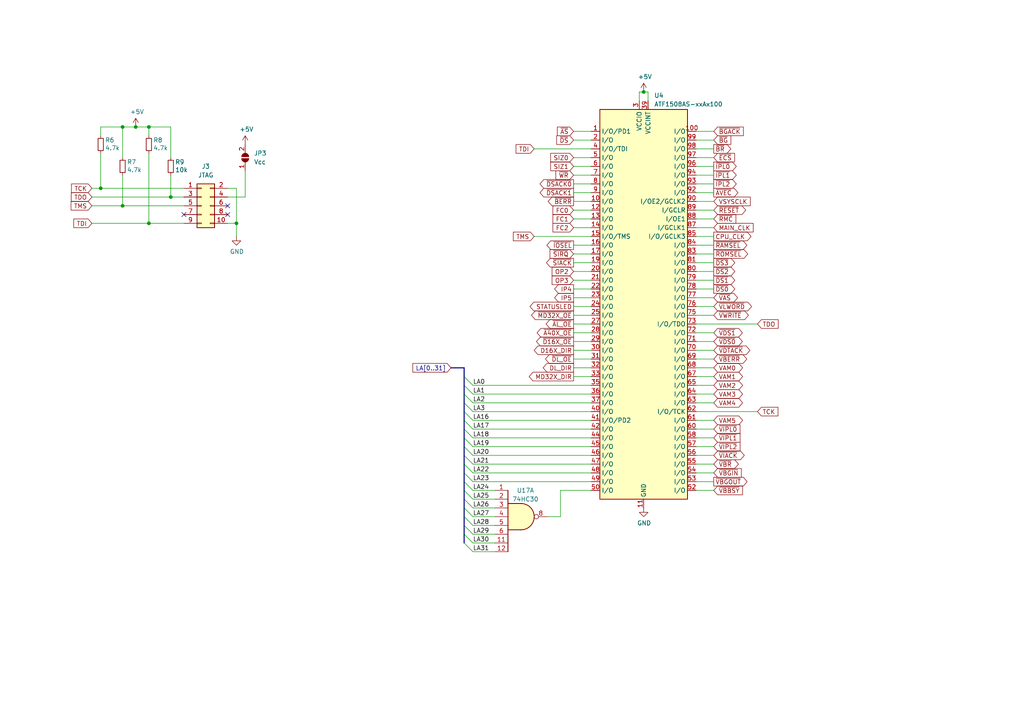
<source format=kicad_sch>
(kicad_sch (version 20231120) (generator "eeschema") (generator_version "8.0")
  (paper "A4")
  (title_block (title "k30p-VME") (rev "1"))
  (lib_symbols
    (symbol "74xx:74LS30" (pin_names (offset 1.016))
      (property "Reference" "U" (at 0 1.27 0))
      (property "Value" "74LS30" (at 0 -1.27 0))
      (symbol "74LS30_1_1"
        (arc (start 0 -3.81) (mid 3.7934 0) (end 0 3.81) (stroke (width 0.254)) (fill (type background)))
        (polyline (pts (xy -3.81 7.62) (xy -3.81 -10.16)) (stroke (width 0.254)))
        (polyline (pts (xy 0 3.81) (xy -3.81 3.81) (xy -3.81 -3.81) (xy 0 -3.81)) (stroke (width 0.254)) (fill (type background)))
        (pin input line (at -7.62 7.62 0) (length 3.81) (name "~") (number "1"))
        (pin input line (at -7.62 -7.62 0) (length 3.81) (name "~") (number "11"))
        (pin input line (at -7.62 -10.16 0) (length 3.81) (name "~") (number "12"))
        (pin input line (at -7.62 5.08 0) (length 3.81) (name "~") (number "2"))
        (pin input line (at -7.62 2.54 0) (length 3.81) (name "~") (number "3"))
        (pin input line (at -7.62 0 0) (length 3.81) (name "~") (number "4"))
        (pin input line (at -7.62 -2.54 0) (length 3.81) (name "~") (number "5"))
        (pin input line (at -7.62 -5.08 0) (length 3.81) (name "~") (number "6"))
        (pin output inverted (at 7.62 0 180) (length 3.81) (name "~") (number "8"))
      )
      (symbol "74LS30_1_2"
        (arc (start -3.81 -3.81) (mid -2.589 0) (end -3.81 3.81) (stroke (width 0.254)))
        (arc (start -0.6096 -3.81) (mid 2.1842 -2.5851) (end 3.81 0) (stroke (width 0.254)) (fill (type background)))
        (polyline (pts (xy -3.81 -3.81) (xy -3.81 -10.16)) (stroke (width 0.254)))
        (polyline (pts (xy -3.81 -3.81) (xy -0.635 -3.81)) (stroke (width 0.254)) (fill (type background)))
        (polyline (pts (xy -3.81 3.81) (xy -0.635 3.81)) (stroke (width 0.254)) (fill (type background)))
        (polyline (pts (xy -3.81 7.62) (xy -3.81 3.81)) (stroke (width 0.254)))
        (polyline (pts (xy -0.635 3.81) (xy -3.81 3.81) (xy -3.81 3.81) (xy -3.556 3.4036) (xy -3.0226 2.2606) (xy -2.6924 1.0414) (xy -2.6162 -0.254) (xy -2.7686 -1.4986) (xy -3.175 -2.7178) (xy -3.81 -3.81) (xy -3.81 -3.81) (xy -0.635 -3.81)) (stroke (width -25.4)) (fill (type background)))
        (arc (start 3.81 0) (mid 2.1915 2.5936) (end -0.6096 3.81) (stroke (width 0.254)) (fill (type background)))
        (pin input inverted (at -7.62 7.62 0) (length 3.81) (name "~") (number "1"))
        (pin input inverted (at -7.62 -7.62 0) (length 3.81) (name "~") (number "11"))
        (pin input inverted (at -7.62 -10.16 0) (length 3.81) (name "~") (number "12"))
        (pin input inverted (at -7.62 5.08 0) (length 3.81) (name "~") (number "2"))
        (pin input inverted (at -7.62 2.54 0) (length 4.5466) (name "~") (number "3"))
        (pin input inverted (at -7.62 0 0) (length 5.08) (name "~") (number "4"))
        (pin input inverted (at -7.62 -2.54 0) (length 4.5466) (name "~") (number "5"))
        (pin input inverted (at -7.62 -5.08 0) (length 3.81) (name "~") (number "6"))
        (pin output line (at 7.62 0 180) (length 3.81) (name "~") (number "8"))
      )
      (symbol "74LS30_2_0"
        (pin power_in line (at 0 12.7 270) (length 5.08) (name "VCC") (number "14"))
        (pin power_in line (at 0 -12.7 90) (length 5.08) (name "GND") (number "7"))
      )
      (symbol "74LS30_2_1"
        (rectangle (start -5.08 7.62) (end 5.08 -7.62) (stroke (width 0.254)) (fill (type background)))
      )
    )
    (symbol "Computie_CPLDs:ATF1508AS-xxAx100"
      (property "Reference" "U" (at -12.7 55.88 0))
      (property "Value" "ATF1508AS-xxAx100" (at 22.86 55.88 0))
      (symbol "ATF1508AS-xxAx100_0_1"
        (rectangle (start -12.7 54.61) (end 12.7 -58.42) (stroke (width 0.254)) (fill (type background)))
      )
      (symbol "ATF1508AS-xxAx100_1_1"
        (pin bidirectional line (at -15.24 48.26 0) (length 2.54) (name "I/O/PD1") (number "1"))
        (pin bidirectional line (at -15.24 27.94 0) (length 2.54) (name "I/O") (number "10"))
        (pin bidirectional line (at 15.24 48.26 180) (length 2.54) (name "I/O") (number "100"))
        (pin power_in line (at 0 -60.96 90) (length 2.54) (name "GND") (number "11"))
        (pin bidirectional line (at -15.24 25.4 0) (length 2.54) (name "I/O") (number "12"))
        (pin bidirectional line (at -15.24 22.86 0) (length 2.54) (name "I/O") (number "13"))
        (pin bidirectional line (at -15.24 20.32 0) (length 2.54) (name "I/O") (number "14"))
        (pin bidirectional line (at -15.24 17.78 0) (length 2.54) (name "I/O/TMS") (number "15"))
        (pin bidirectional line (at -15.24 15.24 0) (length 2.54) (name "I/O") (number "16"))
        (pin bidirectional line (at -15.24 12.7 0) (length 2.54) (name "I/O") (number "17"))
        (pin passive line (at -1.27 57.15 270) (length 2.54) hide (name "VCCIO") (number "18"))
        (pin bidirectional line (at -15.24 10.16 0) (length 2.54) (name "I/O") (number "19"))
        (pin bidirectional line (at -15.24 45.72 0) (length 2.54) (name "I/O") (number "2"))
        (pin bidirectional line (at -15.24 7.62 0) (length 2.54) (name "I/O") (number "20"))
        (pin bidirectional line (at -15.24 5.08 0) (length 2.54) (name "I/O") (number "21"))
        (pin bidirectional line (at -15.24 2.54 0) (length 2.54) (name "I/O") (number "22"))
        (pin bidirectional line (at -15.24 0 0) (length 2.54) (name "I/O") (number "23"))
        (pin bidirectional line (at -15.24 -2.54 0) (length 2.54) (name "I/O") (number "24"))
        (pin bidirectional line (at -15.24 -5.08 0) (length 2.54) (name "I/O") (number "25"))
        (pin passive line (at 0 -60.96 90) (length 2.54) hide (name "GND") (number "26"))
        (pin bidirectional line (at -15.24 -7.62 0) (length 2.54) (name "I/O") (number "27"))
        (pin bidirectional line (at -15.24 -10.16 0) (length 2.54) (name "I/O") (number "28"))
        (pin bidirectional line (at -15.24 -12.7 0) (length 2.54) (name "I/O") (number "29"))
        (pin power_in line (at -1.27 57.15 270) (length 2.54) (name "VCCIO") (number "3"))
        (pin bidirectional line (at -15.24 -15.24 0) (length 2.54) (name "I/O") (number "30"))
        (pin bidirectional line (at -15.24 -17.78 0) (length 2.54) (name "I/O") (number "31"))
        (pin bidirectional line (at -15.24 -20.32 0) (length 2.54) (name "I/O") (number "32"))
        (pin bidirectional line (at -15.24 -22.86 0) (length 2.54) (name "I/O") (number "33"))
        (pin passive line (at -1.27 57.15 270) (length 2.54) hide (name "VCCIO") (number "34"))
        (pin bidirectional line (at -15.24 -25.4 0) (length 2.54) (name "I/O") (number "35"))
        (pin bidirectional line (at -15.24 -27.94 0) (length 2.54) (name "I/O") (number "36"))
        (pin bidirectional line (at -15.24 -30.48 0) (length 2.54) (name "I/O") (number "37"))
        (pin passive line (at 0 -60.96 90) (length 2.54) hide (name "GND") (number "38"))
        (pin power_in line (at 1.27 57.15 270) (length 2.54) (name "VCCINT") (number "39"))
        (pin bidirectional line (at -15.24 43.18 0) (length 2.54) (name "I/O/TDI") (number "4"))
        (pin bidirectional line (at -15.24 -33.02 0) (length 2.54) (name "I/O") (number "40"))
        (pin bidirectional line (at -15.24 -35.56 0) (length 2.54) (name "I/O/PD2") (number "41"))
        (pin bidirectional line (at -15.24 -38.1 0) (length 2.54) (name "I/O") (number "42"))
        (pin passive line (at 0 -60.96 90) (length 2.54) hide (name "GND") (number "43"))
        (pin bidirectional line (at -15.24 -40.64 0) (length 2.54) (name "I/O") (number "44"))
        (pin bidirectional line (at -15.24 -43.18 0) (length 2.54) (name "I/O") (number "45"))
        (pin bidirectional line (at -15.24 -45.72 0) (length 2.54) (name "I/O") (number "46"))
        (pin bidirectional line (at -15.24 -48.26 0) (length 2.54) (name "I/O") (number "47"))
        (pin bidirectional line (at -15.24 -50.8 0) (length 2.54) (name "I/O") (number "48"))
        (pin bidirectional line (at -15.24 -53.34 0) (length 2.54) (name "I/O") (number "49"))
        (pin bidirectional line (at -15.24 40.64 0) (length 2.54) (name "I/O") (number "5"))
        (pin bidirectional line (at -15.24 -55.88 0) (length 2.54) (name "I/O") (number "50"))
        (pin passive line (at -1.27 57.15 270) (length 2.54) hide (name "VCCIO") (number "51"))
        (pin bidirectional line (at 15.24 -55.88 180) (length 2.54) (name "I/O") (number "52"))
        (pin bidirectional line (at 15.24 -53.34 180) (length 2.54) (name "I/O") (number "53"))
        (pin bidirectional line (at 15.24 -50.8 180) (length 2.54) (name "I/O") (number "54"))
        (pin bidirectional line (at 15.24 -48.26 180) (length 2.54) (name "I/O") (number "55"))
        (pin bidirectional line (at 15.24 -45.72 180) (length 2.54) (name "I/O") (number "56"))
        (pin bidirectional line (at 15.24 -43.18 180) (length 2.54) (name "I/O") (number "57"))
        (pin bidirectional line (at 15.24 -40.64 180) (length 2.54) (name "I/O") (number "58"))
        (pin passive line (at 0 -60.96 90) (length 2.54) hide (name "GND") (number "59"))
        (pin bidirectional line (at -15.24 38.1 0) (length 2.54) (name "I/O") (number "6"))
        (pin bidirectional line (at 15.24 -38.1 180) (length 2.54) (name "I/O") (number "60"))
        (pin bidirectional line (at 15.24 -35.56 180) (length 2.54) (name "I/O") (number "61"))
        (pin bidirectional line (at 15.24 -33.02 180) (length 2.54) (name "I/O/TCK") (number "62"))
        (pin bidirectional line (at 15.24 -30.48 180) (length 2.54) (name "I/O") (number "63"))
        (pin bidirectional line (at 15.24 -27.94 180) (length 2.54) (name "I/O") (number "64"))
        (pin bidirectional line (at 15.24 -25.4 180) (length 2.54) (name "I/O") (number "65"))
        (pin passive line (at -1.27 57.15 270) (length 2.54) hide (name "VCCIO") (number "66"))
        (pin bidirectional line (at 15.24 -22.86 180) (length 2.54) (name "I/O") (number "67"))
        (pin bidirectional line (at 15.24 -20.32 180) (length 2.54) (name "I/O") (number "68"))
        (pin bidirectional line (at 15.24 -17.78 180) (length 2.54) (name "I/O") (number "69"))
        (pin bidirectional line (at -15.24 35.56 0) (length 2.54) (name "I/O") (number "7"))
        (pin bidirectional line (at 15.24 -15.24 180) (length 2.54) (name "I/O") (number "70"))
        (pin bidirectional line (at 15.24 -12.7 180) (length 2.54) (name "I/O") (number "71"))
        (pin bidirectional line (at 15.24 -10.16 180) (length 2.54) (name "I/O") (number "72"))
        (pin bidirectional line (at 15.24 -7.62 180) (length 2.54) (name "I/O/TDO") (number "73"))
        (pin passive line (at 0 -60.96 90) (length 2.54) hide (name "GND") (number "74"))
        (pin bidirectional line (at 15.24 -5.08 180) (length 2.54) (name "I/O") (number "75"))
        (pin bidirectional line (at 15.24 -2.54 180) (length 2.54) (name "I/O") (number "76"))
        (pin bidirectional line (at 15.24 0 180) (length 2.54) (name "I/O") (number "77"))
        (pin bidirectional line (at 15.24 2.54 180) (length 2.54) (name "I/O") (number "78"))
        (pin bidirectional line (at 15.24 5.08 180) (length 2.54) (name "I/O") (number "79"))
        (pin bidirectional line (at -15.24 33.02 0) (length 2.54) (name "I/O") (number "8"))
        (pin bidirectional line (at 15.24 7.62 180) (length 2.54) (name "I/O") (number "80"))
        (pin bidirectional line (at 15.24 10.16 180) (length 2.54) (name "I/O") (number "81"))
        (pin passive line (at -1.27 57.15 270) (length 2.54) hide (name "VCCIO") (number "82"))
        (pin bidirectional line (at 15.24 12.7 180) (length 2.54) (name "I/O") (number "83"))
        (pin bidirectional line (at 15.24 15.24 180) (length 2.54) (name "I/O") (number "84"))
        (pin bidirectional line (at 15.24 17.78 180) (length 2.54) (name "I/O/GCLK3") (number "85"))
        (pin passive line (at 0 -60.96 90) (length 2.54) hide (name "GND") (number "86"))
        (pin input line (at 15.24 20.32 180) (length 2.54) (name "I/GCLK1") (number "87"))
        (pin input line (at 15.24 22.86 180) (length 2.54) (name "I/OE1") (number "88"))
        (pin input line (at 15.24 25.4 180) (length 2.54) (name "I/GCLR") (number "89"))
        (pin bidirectional line (at -15.24 30.48 0) (length 2.54) (name "I/O") (number "9"))
        (pin input line (at 15.24 27.94 180) (length 2.54) (name "I/OE2/GCLK2") (number "90"))
        (pin passive line (at 1.27 57.15 270) (length 2.54) hide (name "VCCINT") (number "91"))
        (pin bidirectional line (at 15.24 30.48 180) (length 2.54) (name "I/O") (number "92"))
        (pin bidirectional line (at 15.24 33.02 180) (length 2.54) (name "I/O") (number "93"))
        (pin bidirectional line (at 15.24 35.56 180) (length 2.54) (name "I/O") (number "94"))
        (pin passive line (at 0 -60.96 90) (length 2.54) hide (name "GND") (number "95"))
        (pin bidirectional line (at 15.24 38.1 180) (length 2.54) (name "I/O") (number "96"))
        (pin bidirectional line (at 15.24 40.64 180) (length 2.54) (name "I/O") (number "97"))
        (pin bidirectional line (at 15.24 43.18 180) (length 2.54) (name "I/O") (number "98"))
        (pin bidirectional line (at 15.24 45.72 180) (length 2.54) (name "I/O") (number "99"))
      )
    )
    (symbol "Connector_Generic:Conn_02x05_Odd_Even" (pin_names (offset 1.016) hide)
      (property "Reference" "J" (at 1.27 7.62 0))
      (property "Value" "Conn_02x05_Odd_Even" (at 1.27 -7.62 0))
      (symbol "Conn_02x05_Odd_Even_1_1"
        (rectangle (start -1.27 -4.953) (end 0 -5.207) (stroke (width 0.1524)))
        (rectangle (start -1.27 -2.413) (end 0 -2.667) (stroke (width 0.1524)))
        (rectangle (start -1.27 0.127) (end 0 -0.127) (stroke (width 0.1524)))
        (rectangle (start -1.27 2.667) (end 0 2.413) (stroke (width 0.1524)))
        (rectangle (start -1.27 5.207) (end 0 4.953) (stroke (width 0.1524)))
        (rectangle (start -1.27 6.35) (end 3.81 -6.35) (stroke (width 0.254)) (fill (type background)))
        (rectangle (start 3.81 -4.953) (end 2.54 -5.207) (stroke (width 0.1524)))
        (rectangle (start 3.81 -2.413) (end 2.54 -2.667) (stroke (width 0.1524)))
        (rectangle (start 3.81 0.127) (end 2.54 -0.127) (stroke (width 0.1524)))
        (rectangle (start 3.81 2.667) (end 2.54 2.413) (stroke (width 0.1524)))
        (rectangle (start 3.81 5.207) (end 2.54 4.953) (stroke (width 0.1524)))
        (pin passive line (at -5.08 5.08 0) (length 3.81) (name "Pin_1") (number "1"))
        (pin passive line (at 7.62 -5.08 180) (length 3.81) (name "Pin_10") (number "10"))
        (pin passive line (at 7.62 5.08 180) (length 3.81) (name "Pin_2") (number "2"))
        (pin passive line (at -5.08 2.54 0) (length 3.81) (name "Pin_3") (number "3"))
        (pin passive line (at 7.62 2.54 180) (length 3.81) (name "Pin_4") (number "4"))
        (pin passive line (at -5.08 0 0) (length 3.81) (name "Pin_5") (number "5"))
        (pin passive line (at 7.62 0 180) (length 3.81) (name "Pin_6") (number "6"))
        (pin passive line (at -5.08 -2.54 0) (length 3.81) (name "Pin_7") (number "7"))
        (pin passive line (at 7.62 -2.54 180) (length 3.81) (name "Pin_8") (number "8"))
        (pin passive line (at -5.08 -5.08 0) (length 3.81) (name "Pin_9") (number "9"))
      )
    )
    (symbol "Device:R_Small" (pin_numbers hide) (pin_names (offset 0.254) hide)
      (property "Reference" "R" (at 0.762 0.508 0))
      (property "Value" "R_Small" (at 0.762 -1.016 0))
      (symbol "R_Small_0_1"
        (rectangle (start -0.762 1.778) (end 0.762 -1.778) (stroke (width 0.2032)))
      )
      (symbol "R_Small_1_1"
        (pin passive line (at 0 2.54 270) (length 0.762) (name "~") (number "1"))
        (pin passive line (at 0 -2.54 90) (length 0.762) (name "~") (number "2"))
      )
    )
    (symbol "Jumper:SolderJumper_2_Open" (pin_names (offset 0) hide)
      (property "Reference" "JP" (at 0 2.032 0))
      (property "Value" "SolderJumper_2_Open" (at 0 -2.54 0))
      (symbol "SolderJumper_2_Open_0_1"
        (arc (start -0.254 1.016) (mid -1.2656 0) (end -0.254 -1.016))
        (arc (start -0.254 1.016) (mid -1.2656 0) (end -0.254 -1.016) (fill (type outline)))
        (polyline (pts (xy -0.254 1.016) (xy -0.254 -1.016)))
        (polyline (pts (xy 0.254 1.016) (xy 0.254 -1.016)))
        (arc (start 0.254 -1.016) (mid 1.2656 0) (end 0.254 1.016))
        (arc (start 0.254 -1.016) (mid 1.2656 0) (end 0.254 1.016) (fill (type outline)))
      )
      (symbol "SolderJumper_2_Open_1_1"
        (pin passive line (at -3.81 0 0) (length 2.54) (name "A") (number "1"))
        (pin passive line (at 3.81 0 180) (length 2.54) (name "B") (number "2"))
      )
    )
    (symbol "power:+5V" (power) (pin_numbers hide) (pin_names (offset 0) hide)
      (property "Value" "+5V" (at 0 3.556 0))
      (symbol "+5V_0_1"
        (polyline (pts (xy -0.762 1.27) (xy 0 2.54)))
        (polyline (pts (xy 0 0) (xy 0 2.54)))
        (polyline (pts (xy 0 2.54) (xy 0.762 1.27)))
      )
      (symbol "+5V_1_1"
        (pin power_in line (at 0 0 90) (length 0) (name "~") (number "1"))
      )
    )
    (symbol "power:GND" (power) (pin_numbers hide) (pin_names (offset 0) hide)
      (property "Value" "GND" (at 0 -3.81 0))
      (symbol "GND_0_1"
        (polyline (pts (xy 0 0) (xy 0 -1.27) (xy 1.27 -1.27) (xy 0 -2.54) (xy -1.27 -1.27) (xy 0 -1.27)))
      )
      (symbol "GND_1_1"
        (pin power_in line (at 0 0 270) (length 0) (name "~") (number "1"))
      )
    )
  )
  (junction (at 39.37 36.83))
  (junction (at 49.53 57.15))
  (junction (at 35.56 36.83))
  (junction (at 43.18 36.83))
  (junction (at 43.18 64.77))
  (junction (at 186.69 26.67))
  (junction (at 68.58 64.77))
  (junction (at 29.21 54.61))
  (junction (at 35.56 59.69))
  (no_connect (at 53.34 62.23))
  (no_connect (at 66.04 62.23))
  (no_connect (at 66.04 59.69))
  (bus_entry (at 134.62 147.32) (size 2.54 2.54))
  (bus_entry (at 134.62 116.84) (size 2.54 2.54))
  (bus_entry (at 134.62 111.76) (size 2.54 2.54))
  (bus_entry (at 134.62 132.08) (size 2.54 2.54))
  (bus_entry (at 134.62 114.3) (size 2.54 2.54))
  (bus_entry (at 134.62 127) (size 2.54 2.54))
  (bus_entry (at 134.62 121.92) (size 2.54 2.54))
  (bus_entry (at 134.62 149.86) (size 2.54 2.54))
  (bus_entry (at 134.62 152.4) (size 2.54 2.54))
  (bus_entry (at 134.62 109.22) (size 2.54 2.54))
  (bus_entry (at 134.62 157.48) (size 2.54 2.54))
  (bus_entry (at 134.62 137.16) (size 2.54 2.54))
  (bus_entry (at 134.62 154.94) (size 2.54 2.54))
  (bus_entry (at 134.62 134.62) (size 2.54 2.54))
  (bus_entry (at 134.62 129.54) (size 2.54 2.54))
  (bus_entry (at 134.62 144.78) (size 2.54 2.54))
  (bus_entry (at 134.62 119.38) (size 2.54 2.54))
  (bus_entry (at 134.62 124.46) (size 2.54 2.54))
  (bus_entry (at 134.62 142.24) (size 2.54 2.54))
  (bus_entry (at 134.62 139.7) (size 2.54 2.54))
  (wire (pts (xy 201.93 139.7) (xy 207.01 139.7)))
  (wire (pts (xy 137.16 127) (xy 171.45 127)))
  (wire (pts (xy 66.04 57.15) (xy 71.12 57.15)))
  (wire (pts (xy 187.96 29.21) (xy 187.96 26.67)))
  (wire (pts (xy 171.45 109.22) (xy 166.37 109.22)))
  (wire (pts (xy 166.37 58.42) (xy 171.45 58.42)))
  (wire (pts (xy 39.37 36.83) (xy 43.18 36.83)))
  (bus (pts (xy 134.62 119.38) (xy 134.62 121.92)))
  (wire (pts (xy 68.58 64.77) (xy 68.58 68.58)))
  (bus (pts (xy 134.62 147.32) (xy 134.62 149.86)))
  (wire (pts (xy 201.93 127) (xy 207.01 127)))
  (wire (pts (xy 171.45 78.74) (xy 166.37 78.74)))
  (bus (pts (xy 130.81 106.68) (xy 134.62 106.68)))
  (bus (pts (xy 134.62 121.92) (xy 134.62 124.46)))
  (wire (pts (xy 207.01 43.18) (xy 201.93 43.18)))
  (wire (pts (xy 137.16 124.46) (xy 171.45 124.46)))
  (wire (pts (xy 166.37 76.2) (xy 171.45 76.2)))
  (wire (pts (xy 166.37 55.88) (xy 171.45 55.88)))
  (wire (pts (xy 29.21 54.61) (xy 26.67 54.61)))
  (wire (pts (xy 207.01 50.8) (xy 201.93 50.8)))
  (wire (pts (xy 201.93 101.6) (xy 207.01 101.6)))
  (wire (pts (xy 71.12 49.53) (xy 71.12 57.15)))
  (wire (pts (xy 26.67 64.77) (xy 43.18 64.77)))
  (wire (pts (xy 162.56 149.86) (xy 162.56 142.24)))
  (wire (pts (xy 201.93 109.22) (xy 207.01 109.22)))
  (wire (pts (xy 166.37 66.04) (xy 171.45 66.04)))
  (wire (pts (xy 201.93 45.72) (xy 207.01 45.72)))
  (wire (pts (xy 137.16 129.54) (xy 171.45 129.54)))
  (wire (pts (xy 66.04 54.61) (xy 68.58 54.61)))
  (wire (pts (xy 137.16 139.7) (xy 171.45 139.7)))
  (wire (pts (xy 201.93 58.42) (xy 207.01 58.42)))
  (bus (pts (xy 134.62 124.46) (xy 134.62 127)))
  (wire (pts (xy 201.93 121.92) (xy 207.01 121.92)))
  (wire (pts (xy 43.18 64.77) (xy 53.34 64.77)))
  (wire (pts (xy 171.45 93.98) (xy 166.37 93.98)))
  (wire (pts (xy 171.45 101.6) (xy 166.37 101.6)))
  (wire (pts (xy 207.01 48.26) (xy 201.93 48.26)))
  (wire (pts (xy 171.45 88.9) (xy 166.37 88.9)))
  (wire (pts (xy 29.21 39.37) (xy 29.21 36.83)))
  (wire (pts (xy 35.56 59.69) (xy 53.34 59.69)))
  (bus (pts (xy 134.62 114.3) (xy 134.62 116.84)))
  (wire (pts (xy 43.18 36.83) (xy 43.18 39.37)))
  (wire (pts (xy 201.93 106.68) (xy 207.01 106.68)))
  (wire (pts (xy 207.01 40.64) (xy 201.93 40.64)))
  (wire (pts (xy 137.16 144.78) (xy 143.51 144.78)))
  (wire (pts (xy 207.01 53.34) (xy 201.93 53.34)))
  (wire (pts (xy 137.16 111.76) (xy 171.45 111.76)))
  (bus (pts (xy 134.62 137.16) (xy 134.62 139.7)))
  (bus (pts (xy 134.62 111.76) (xy 134.62 114.3)))
  (wire (pts (xy 201.93 88.9) (xy 207.01 88.9)))
  (wire (pts (xy 201.93 68.58) (xy 207.01 68.58)))
  (wire (pts (xy 201.93 129.54) (xy 207.01 129.54)))
  (wire (pts (xy 29.21 54.61) (xy 53.34 54.61)))
  (bus (pts (xy 134.62 109.22) (xy 134.62 111.76)))
  (wire (pts (xy 171.45 106.68) (xy 166.37 106.68)))
  (bus (pts (xy 134.62 142.24) (xy 134.62 144.78)))
  (wire (pts (xy 137.16 152.4) (xy 143.51 152.4)))
  (wire (pts (xy 166.37 40.64) (xy 171.45 40.64)))
  (wire (pts (xy 166.37 60.96) (xy 171.45 60.96)))
  (wire (pts (xy 201.93 96.52) (xy 207.01 96.52)))
  (wire (pts (xy 137.16 160.02) (xy 143.51 160.02)))
  (wire (pts (xy 201.93 66.04) (xy 207.01 66.04)))
  (wire (pts (xy 219.71 93.98) (xy 201.93 93.98)))
  (bus (pts (xy 134.62 116.84) (xy 134.62 119.38)))
  (wire (pts (xy 171.45 86.36) (xy 166.37 86.36)))
  (wire (pts (xy 201.93 60.96) (xy 207.01 60.96)))
  (wire (pts (xy 137.16 149.86) (xy 143.51 149.86)))
  (wire (pts (xy 137.16 142.24) (xy 143.51 142.24)))
  (wire (pts (xy 201.93 116.84) (xy 207.01 116.84)))
  (wire (pts (xy 207.01 73.66) (xy 201.93 73.66)))
  (wire (pts (xy 201.93 114.3) (xy 207.01 114.3)))
  (wire (pts (xy 166.37 50.8) (xy 171.45 50.8)))
  (wire (pts (xy 201.93 142.24) (xy 207.01 142.24)))
  (wire (pts (xy 207.01 71.12) (xy 201.93 71.12)))
  (wire (pts (xy 201.93 99.06) (xy 207.01 99.06)))
  (wire (pts (xy 35.56 59.69) (xy 26.67 59.69)))
  (wire (pts (xy 68.58 54.61) (xy 68.58 64.77)))
  (wire (pts (xy 137.16 137.16) (xy 171.45 137.16)))
  (wire (pts (xy 201.93 134.62) (xy 207.01 134.62)))
  (bus (pts (xy 134.62 106.68) (xy 134.62 109.22)))
  (wire (pts (xy 171.45 83.82) (xy 166.37 83.82)))
  (wire (pts (xy 166.37 71.12) (xy 171.45 71.12)))
  (wire (pts (xy 137.16 121.92) (xy 171.45 121.92)))
  (bus (pts (xy 134.62 154.94) (xy 134.62 157.48)))
  (wire (pts (xy 49.53 50.8) (xy 49.53 57.15)))
  (wire (pts (xy 137.16 116.84) (xy 171.45 116.84)))
  (wire (pts (xy 207.01 78.74) (xy 201.93 78.74)))
  (wire (pts (xy 137.16 157.48) (xy 143.51 157.48)))
  (wire (pts (xy 49.53 57.15) (xy 53.34 57.15)))
  (wire (pts (xy 166.37 53.34) (xy 171.45 53.34)))
  (wire (pts (xy 66.04 64.77) (xy 68.58 64.77)))
  (bus (pts (xy 134.62 129.54) (xy 134.62 132.08)))
  (wire (pts (xy 43.18 44.45) (xy 43.18 64.77)))
  (wire (pts (xy 207.01 83.82) (xy 201.93 83.82)))
  (wire (pts (xy 207.01 55.88) (xy 201.93 55.88)))
  (wire (pts (xy 137.16 119.38) (xy 171.45 119.38)))
  (wire (pts (xy 201.93 124.46) (xy 207.01 124.46)))
  (bus (pts (xy 134.62 149.86) (xy 134.62 152.4)))
  (bus (pts (xy 134.62 139.7) (xy 134.62 142.24)))
  (wire (pts (xy 166.37 38.1) (xy 171.45 38.1)))
  (wire (pts (xy 35.56 50.8) (xy 35.56 59.69)))
  (bus (pts (xy 134.62 127) (xy 134.62 129.54)))
  (wire (pts (xy 137.16 134.62) (xy 171.45 134.62)))
  (wire (pts (xy 171.45 96.52) (xy 166.37 96.52)))
  (wire (pts (xy 162.56 142.24) (xy 171.45 142.24)))
  (wire (pts (xy 166.37 63.5) (xy 171.45 63.5)))
  (wire (pts (xy 201.93 119.38) (xy 219.71 119.38)))
  (wire (pts (xy 207.01 81.28) (xy 201.93 81.28)))
  (wire (pts (xy 137.16 147.32) (xy 143.51 147.32)))
  (wire (pts (xy 201.93 104.14) (xy 207.01 104.14)))
  (wire (pts (xy 207.01 38.1) (xy 201.93 38.1)))
  (wire (pts (xy 137.16 114.3) (xy 171.45 114.3)))
  (wire (pts (xy 137.16 154.94) (xy 143.51 154.94)))
  (wire (pts (xy 29.21 44.45) (xy 29.21 54.61)))
  (wire (pts (xy 166.37 73.66) (xy 171.45 73.66)))
  (bus (pts (xy 134.62 134.62) (xy 134.62 137.16)))
  (bus (pts (xy 134.62 132.08) (xy 134.62 134.62)))
  (wire (pts (xy 158.75 149.86) (xy 162.56 149.86)))
  (wire (pts (xy 171.45 68.58) (xy 154.94 68.58)))
  (wire (pts (xy 171.45 99.06) (xy 166.37 99.06)))
  (wire (pts (xy 201.93 86.36) (xy 207.01 86.36)))
  (wire (pts (xy 171.45 104.14) (xy 166.37 104.14)))
  (wire (pts (xy 201.93 63.5) (xy 207.01 63.5)))
  (wire (pts (xy 185.42 29.21) (xy 185.42 26.67)))
  (wire (pts (xy 137.16 132.08) (xy 171.45 132.08)))
  (wire (pts (xy 49.53 45.72) (xy 49.53 36.83)))
  (wire (pts (xy 187.96 26.67) (xy 186.69 26.67)))
  (wire (pts (xy 171.45 81.28) (xy 166.37 81.28)))
  (wire (pts (xy 201.93 137.16) (xy 207.01 137.16)))
  (wire (pts (xy 201.93 111.76) (xy 207.01 111.76)))
  (wire (pts (xy 26.67 57.15) (xy 49.53 57.15)))
  (wire (pts (xy 171.45 91.44) (xy 166.37 91.44)))
  (wire (pts (xy 35.56 36.83) (xy 39.37 36.83)))
  (bus (pts (xy 134.62 152.4) (xy 134.62 154.94)))
  (wire (pts (xy 201.93 132.08) (xy 207.01 132.08)))
  (bus (pts (xy 134.62 144.78) (xy 134.62 147.32)))
  (wire (pts (xy 166.37 48.26) (xy 171.45 48.26)))
  (wire (pts (xy 154.94 43.18) (xy 171.45 43.18)))
  (wire (pts (xy 185.42 26.67) (xy 186.69 26.67)))
  (wire (pts (xy 29.21 36.83) (xy 35.56 36.83)))
  (wire (pts (xy 207.01 76.2) (xy 201.93 76.2)))
  (wire (pts (xy 35.56 36.83) (xy 35.56 45.72)))
  (wire (pts (xy 43.18 36.83) (xy 49.53 36.83)))
  (wire (pts (xy 201.93 91.44) (xy 207.01 91.44)))
  (wire (pts (xy 166.37 45.72) (xy 171.45 45.72)))
  (label "LA24" (at 137.16 142.24 0))
  (label "LA2" (at 137.16 116.84 0))
  (label "LA18" (at 137.16 127 0))
  (label "LA23" (at 137.16 139.7 0))
  (label "LA16" (at 137.16 121.92 0))
  (label "LA28" (at 137.16 152.4 0))
  (label "LA31" (at 137.16 160.02 0))
  (label "LA19" (at 137.16 129.54 0))
  (label "LA0" (at 137.16 111.76 0))
  (label "LA22" (at 137.16 137.16 0))
  (label "LA17" (at 137.16 124.46 0))
  (label "LA30" (at 137.16 157.48 0))
  (label "LA29" (at 137.16 154.94 0))
  (label "LA27" (at 137.16 149.86 0))
  (label "LA20" (at 137.16 132.08 0))
  (label "LA1" (at 137.16 114.3 0))
  (label "LA25" (at 137.16 144.78 0))
  (label "LA26" (at 137.16 147.32 0))
  (label "LA3" (at 137.16 119.38 0))
  (label "LA21" (at 137.16 134.62 0))
  (global_label "~{AVEC}" (shape output) (at 207.01 55.88 0) (property "Intersheetrefs" "${INTERSHEET_REFS}" (at 214.5914 55.88 0) (effects (justify left))))
  (global_label "FC1" (shape input) (at 166.37 63.5 180) (property "Intersheetrefs" "${INTERSHEET_REFS}" (at 159.8167 63.5 0) (effects (justify right))))
  (global_label "~{AS}" (shape input) (at 166.37 38.1 180) (property "Intersheetrefs" "${INTERSHEET_REFS}" (at 161.0867 38.1 0) (effects (justify right))))
  (global_label "MAIN_CLK" (shape input) (at 207.01 66.04 0) (property "Intersheetrefs" "${INTERSHEET_REFS}" (at 219.0062 66.04 0) (effects (justify left))))
  (global_label "~{VIPL2}" (shape input) (at 207.01 129.54 0) (property "Intersheetrefs" "${INTERSHEET_REFS}" (at 215.1962 129.54 0) (effects (justify left))))
  (global_label "~{RESET}" (shape bidirectional) (at 207.01 60.96 0) (property "Intersheetrefs" "${INTERSHEET_REFS}" (at 216.0386 60.96 0) (effects (justify left))))
  (global_label "TDI" (shape input) (at 154.94 43.18 180) (property "Intersheetrefs" "${INTERSHEET_REFS}" (at 149.1124 43.18 0) (effects (justify right))))
  (global_label "~{VWRITE}" (shape bidirectional) (at 207.01 91.44 0) (property "Intersheetrefs" "${INTERSHEET_REFS}" (at 217.6379 91.44 0) (effects (justify left))))
  (global_label "~{IPL2}" (shape output) (at 207.01 53.34 0) (property "Intersheetrefs" "${INTERSHEET_REFS}" (at 214.1076 53.34 0) (effects (justify left))))
  (global_label "TDO" (shape input) (at 219.71 93.98 0) (property "Intersheetrefs" "${INTERSHEET_REFS}" (at 226.2633 93.98 0) (effects (justify left))))
  (global_label "~{A40X_OE}" (shape output) (at 166.37 96.52 180) (property "Intersheetrefs" "${INTERSHEET_REFS}" (at 155.2206 96.52 0) (effects (justify right))))
  (global_label "STATUSLED" (shape output) (at 166.37 88.9 180) (property "Intersheetrefs" "${INTERSHEET_REFS}" (at 153.1644 88.9 0) (effects (justify right))))
  (global_label "SIZ0" (shape input) (at 166.37 45.72 180) (property "Intersheetrefs" "${INTERSHEET_REFS}" (at 159.1515 45.72 0) (effects (justify right))))
  (global_label "~{BR}" (shape output) (at 207.01 43.18 0) (property "Intersheetrefs" "${INTERSHEET_REFS}" (at 212.5352 43.18 0) (effects (justify left))))
  (global_label "TCK" (shape input) (at 26.67 54.61 180) (property "Intersheetrefs" "${INTERSHEET_REFS}" (at 20.1772 54.61 0) (effects (justify right))))
  (global_label "~{SIRQ}" (shape input) (at 166.37 73.66 180) (property "Intersheetrefs" "${INTERSHEET_REFS}" (at 236.22 -6.35 0)))
  (global_label "~{VBBSY}" (shape input) (at 207.01 142.24 0) (property "Intersheetrefs" "${INTERSHEET_REFS}" (at 215.9219 142.24 0) (effects (justify left))))
  (global_label "~{IOSEL}" (shape output) (at 166.37 71.12 180) (property "Intersheetrefs" "${INTERSHEET_REFS}" (at 158.0629 71.12 0) (effects (justify right))))
  (global_label "~{RMC}" (shape input) (at 207.01 63.5 0) (property "Intersheetrefs" "${INTERSHEET_REFS}" (at 213.9866 63.5 0) (effects (justify left))))
  (global_label "SIZ1" (shape input) (at 166.37 48.26 180) (property "Intersheetrefs" "${INTERSHEET_REFS}" (at 159.1515 48.26 0) (effects (justify right))))
  (global_label "~{VDS1}" (shape bidirectional) (at 207.01 96.52 0) (property "Intersheetrefs" "${INTERSHEET_REFS}" (at 215.8841 96.52 0) (effects (justify left))))
  (global_label "VAM0" (shape bidirectional) (at 207.01 106.68 0) (property "Intersheetrefs" "${INTERSHEET_REFS}" (at 215.9446 106.68 0) (effects (justify left))))
  (global_label "~{DSACK1}" (shape output) (at 166.37 55.88 180) (property "Intersheetrefs" "${INTERSHEET_REFS}" (at 156.0672 55.88 0) (effects (justify right))))
  (global_label "~{DS0}" (shape output) (at 207.01 83.82 0) (property "Intersheetrefs" "${INTERSHEET_REFS}" (at 213.6842 83.82 0) (effects (justify left))))
  (global_label "~{IPL0}" (shape output) (at 207.01 48.26 0) (property "Intersheetrefs" "${INTERSHEET_REFS}" (at 214.1076 48.26 0) (effects (justify left))))
  (global_label "~{SIACK}" (shape output) (at 166.37 76.2 180) (property "Intersheetrefs" "${INTERSHEET_REFS}" (at 157.9419 76.2 0) (effects (justify right))))
  (global_label "~{ROMSEL}" (shape output) (at 207.01 73.66 0) (property "Intersheetrefs" "${INTERSHEET_REFS}" (at 217.4337 73.66 0) (effects (justify left))))
  (global_label "D16X_DIR" (shape output) (at 166.37 101.6 180) (property "Intersheetrefs" "${INTERSHEET_REFS}" (at 154.3739 101.6 0) (effects (justify right))))
  (global_label "~{VBGIN}" (shape input) (at 207.01 137.16 0) (property "Intersheetrefs" "${INTERSHEET_REFS}" (at 215.5591 137.16 0) (effects (justify left))))
  (global_label "TMS" (shape input) (at 26.67 59.69 180) (property "Intersheetrefs" "${INTERSHEET_REFS}" (at 20.0563 59.69 0) (effects (justify right))))
  (global_label "VAM5" (shape bidirectional) (at 207.01 121.92 0) (property "Intersheetrefs" "${INTERSHEET_REFS}" (at 215.9446 121.92 0) (effects (justify left))))
  (global_label "FC2" (shape input) (at 166.37 66.04 180) (property "Intersheetrefs" "${INTERSHEET_REFS}" (at 159.8167 66.04 0) (effects (justify right))))
  (global_label "~{DS}" (shape input) (at 166.37 40.64 180) (property "Intersheetrefs" "${INTERSHEET_REFS}" (at 160.9053 40.64 0) (effects (justify right))))
  (global_label "~{D16X_OE}" (shape output) (at 166.37 99.06 180) (property "Intersheetrefs" "${INTERSHEET_REFS}" (at 155.0392 99.06 0) (effects (justify right))))
  (global_label "~{DL_OE}" (shape output) (at 166.37 104.14 180) (property "Intersheetrefs" "${INTERSHEET_REFS}" (at 157.6396 104.14 0) (effects (justify right))))
  (global_label "~{MD32X_OE}" (shape output) (at 166.37 91.44 180) (property "Intersheetrefs" "${INTERSHEET_REFS}" (at 153.5878 91.44 0) (effects (justify right))))
  (global_label "~{BG}" (shape input) (at 207.01 40.64 0) (property "Intersheetrefs" "${INTERSHEET_REFS}" (at 212.5352 40.64 0) (effects (justify left))))
  (global_label "~{VAS}" (shape bidirectional) (at 207.01 86.36 0) (property "Intersheetrefs" "${INTERSHEET_REFS}" (at 214.4932 86.36 0) (effects (justify left))))
  (global_label "FC0" (shape input) (at 166.37 60.96 180) (property "Intersheetrefs" "${INTERSHEET_REFS}" (at 159.8167 60.96 0) (effects (justify right))))
  (global_label "~{DS2}" (shape output) (at 207.01 78.74 0) (property "Intersheetrefs" "${INTERSHEET_REFS}" (at 213.6842 78.74 0) (effects (justify left))))
  (global_label "~{VBGOUT}" (shape output) (at 207.01 139.7 0) (property "Intersheetrefs" "${INTERSHEET_REFS}" (at 217.2524 139.7 0) (effects (justify left))))
  (global_label "~{DSACK0}" (shape output) (at 166.37 53.34 180) (property "Intersheetrefs" "${INTERSHEET_REFS}" (at 156.0672 53.34 0) (effects (justify right))))
  (global_label "~{VIACK}" (shape bidirectional) (at 207.01 132.08 0) (property "Intersheetrefs" "${INTERSHEET_REFS}" (at 216.4285 132.08 0) (effects (justify left))))
  (global_label "~{VIPL0}" (shape input) (at 207.01 124.46 0) (property "Intersheetrefs" "${INTERSHEET_REFS}" (at 215.1962 124.46 0) (effects (justify left))))
  (global_label "~{DS1}" (shape output) (at 207.01 81.28 0) (property "Intersheetrefs" "${INTERSHEET_REFS}" (at 213.6842 81.28 0) (effects (justify left))))
  (global_label "~{RAMSEL}" (shape output) (at 207.01 71.12 0) (property "Intersheetrefs" "${INTERSHEET_REFS}" (at 217.1918 71.12 0) (effects (justify left))))
  (global_label "IP5" (shape output) (at 166.37 86.36 180) (property "Intersheetrefs" "${INTERSHEET_REFS}" (at 160.3005 86.36 0) (effects (justify right))))
  (global_label "~{VIPL1}" (shape input) (at 207.01 127 0) (property "Intersheetrefs" "${INTERSHEET_REFS}" (at 215.1962 127 0) (effects (justify left))))
  (global_label "TDI" (shape input) (at 26.67 64.77 180) (property "Intersheetrefs" "${INTERSHEET_REFS}" (at 20.8424 64.77 0) (effects (justify right))))
  (global_label "~{ECS}" (shape input) (at 207.01 45.72 0) (property "Intersheetrefs" "${INTERSHEET_REFS}" (at 213.6237 45.72 0) (effects (justify left))))
  (global_label "~{VLWORD}" (shape bidirectional) (at 207.01 88.9 0) (property "Intersheetrefs" "${INTERSHEET_REFS}" (at 218.5451 88.9 0) (effects (justify left))))
  (global_label "OP2" (shape input) (at 166.37 78.74 180) (property "Intersheetrefs" "${INTERSHEET_REFS}" (at 159.5748 78.74 0) (effects (justify right))))
  (global_label "~{VBR}" (shape bidirectional) (at 207.01 134.62 0) (property "Intersheetrefs" "${INTERSHEET_REFS}" (at 214.7351 134.62 0) (effects (justify left))))
  (global_label "~{VDS0}" (shape bidirectional) (at 207.01 99.06 0) (property "Intersheetrefs" "${INTERSHEET_REFS}" (at 215.8841 99.06 0) (effects (justify left))))
  (global_label "~{VDTACK}" (shape bidirectional) (at 207.01 101.6 0) (property "Intersheetrefs" "${INTERSHEET_REFS}" (at 218.0613 101.6 0) (effects (justify left))))
  (global_label "~{VBERR}" (shape bidirectional) (at 207.01 104.14 0) (property "Intersheetrefs" "${INTERSHEET_REFS}" (at 217.1541 104.14 0) (effects (justify left))))
  (global_label "VAM1" (shape bidirectional) (at 207.01 109.22 0) (property "Intersheetrefs" "${INTERSHEET_REFS}" (at 215.9446 109.22 0) (effects (justify left))))
  (global_label "VAM4" (shape bidirectional) (at 207.01 116.84 0) (property "Intersheetrefs" "${INTERSHEET_REFS}" (at 215.9446 116.84 0) (effects (justify left))))
  (global_label "DL_DIR" (shape output) (at 166.37 106.68 180) (property "Intersheetrefs" "${INTERSHEET_REFS}" (at 156.9743 106.68 0) (effects (justify right))))
  (global_label "IP4" (shape output) (at 166.37 83.82 180) (property "Intersheetrefs" "${INTERSHEET_REFS}" (at 160.3005 83.82 0) (effects (justify right))))
  (global_label "CPU_CLK" (shape output) (at 207.01 68.58 0) (property "Intersheetrefs" "${INTERSHEET_REFS}" (at 218.4014 68.58 0) (effects (justify left))))
  (global_label "~{DS3}" (shape output) (at 207.01 76.2 0) (property "Intersheetrefs" "${INTERSHEET_REFS}" (at 213.6842 76.2 0) (effects (justify left))))
  (global_label "TMS" (shape input) (at 154.94 68.58 180) (property "Intersheetrefs" "${INTERSHEET_REFS}" (at 148.3263 68.58 0) (effects (justify right))))
  (global_label "~{BGACK}" (shape input) (at 207.01 38.1 0) (property "Intersheetrefs" "${INTERSHEET_REFS}" (at 216.1638 38.1 0) (effects (justify left))))
  (global_label "TDO" (shape input) (at 26.67 57.15 180) (property "Intersheetrefs" "${INTERSHEET_REFS}" (at 20.1167 57.15 0) (effects (justify right))))
  (global_label "TCK" (shape input) (at 219.71 119.38 0) (property "Intersheetrefs" "${INTERSHEET_REFS}" (at 226.2028 119.38 0) (effects (justify left))))
  (global_label "~{IPL1}" (shape output) (at 207.01 50.8 0) (property "Intersheetrefs" "${INTERSHEET_REFS}" (at 214.1076 50.8 0) (effects (justify left))))
  (global_label "~{BERR}" (shape output) (at 166.37 58.42 180) (property "Intersheetrefs" "${INTERSHEET_REFS}" (at 158.4258 58.42 0) (effects (justify right))))
  (global_label "~{AL_OE}" (shape output) (at 166.37 93.98 180) (property "Intersheetrefs" "${INTERSHEET_REFS}" (at 157.821 93.98 0) (effects (justify right))))
  (global_label "~{WR}" (shape input) (at 166.37 50.8 180) (property "Intersheetrefs" "${INTERSHEET_REFS}" (at 160.6634 50.8 0) (effects (justify right))))
  (global_label "VAM2" (shape bidirectional) (at 207.01 111.76 0) (property "Intersheetrefs" "${INTERSHEET_REFS}" (at 215.9446 111.76 0) (effects (justify left))))
  (global_label "MD32X_DIR" (shape output) (at 166.37 109.22 180) (property "Intersheetrefs" "${INTERSHEET_REFS}" (at 152.9225 109.22 0) (effects (justify right))))
  (global_label "OP3" (shape input) (at 166.37 81.28 180) (property "Intersheetrefs" "${INTERSHEET_REFS}" (at 159.5748 81.28 0) (effects (justify right))))
  (global_label "LA[0..31]" (shape input) (at 130.81 106.68 180) (property "Intersheetrefs" "${INTERSHEET_REFS}" (at 119.1766 106.68 0) (effects (justify right))))
  (global_label "VSYSCLK" (shape input) (at 207.01 58.42 0) (property "Intersheetrefs" "${INTERSHEET_REFS}" (at 218.1595 58.42 0) (effects (justify left))))
  (global_label "VAM3" (shape bidirectional) (at 207.01 114.3 0) (property "Intersheetrefs" "${INTERSHEET_REFS}" (at 215.9446 114.3 0) (effects (justify left))))
  (symbol (lib_id "Jumper:SolderJumper_2_Open") (at 71.12 45.72 90) (unit 1) (exclude_from_sim yes) (in_bom no)
    (property "Reference" "JP3" (at 73.66 44.4499 90) (effects (justify right)))
    (property "Value" "Vcc" (at 73.66 46.9899 90) (effects (justify right)))
    (property "Footprint" "Jumper:SolderJumper-2_P1.3mm_Open_RoundedPad1.0x1.5mm" (effects (hide yes)))
    (property "Description" "Solder Jumper, 2-pole, open" (effects (hide yes)))
  )
  (symbol (lib_id "power:+5V") (at 39.37 36.83 0) (unit 1)
    (property "Reference" "#PWR014" (effects (hide yes)))
    (property "Value" "+5V" (at 39.751 32.4358 0))
    (property "Description" "Power symbol creates a global label with name \"+5V\"" (effects (hide yes)))
  )
  (symbol (lib_id "74xx:74LS30") (at 151.13 149.86 0) (unit 1)
    (property "Reference" "U17" (at 152.4 142.24 0))
    (property "Value" "74HC30" (at 152.4 144.78 0))
    (property "Footprint" "Package_SO:TSSOP-14_4.4x5mm_P0.65mm" (effects (hide yes)))
    (property "Datasheet" "http://www.ti.com/lit/gpn/sn74LS30" (effects (hide yes)))
    (property "Description" "8-input NAND" (effects (hide yes)))
  )
  (symbol (lib_id "power:+5V") (at 71.12 41.91 0) (unit 1)
    (property "Reference" "#PWR016" (effects (hide yes)))
    (property "Value" "+5V" (at 71.501 37.5158 0))
    (property "Description" "Power symbol creates a global label with name \"+5V\"" (effects (hide yes)))
  )
  (symbol (lib_id "Device:R_Small") (at 49.53 48.26 0) (unit 1)
    (property "Reference" "R9" (at 50.8 46.99 0) (effects (justify left)))
    (property "Value" "10k" (at 50.8 49.276 0) (effects (justify left)))
    (property "Footprint" "Resistor_SMD:R_0805_2012Metric_Pad1.20x1.40mm_HandSolder" (effects (hide yes)))
    (property "Description" "Resistor, small symbol" (effects (hide yes)))
  )
  (symbol (lib_id "power:+5V") (at 186.69 26.67 0) (unit 1)
    (property "Reference" "#PWR017" (effects (hide yes)))
    (property "Value" "+5V" (at 187.071 22.2758 0))
    (property "Description" "Power symbol creates a global label with name \"+5V\"" (effects (hide yes)))
  )
  (symbol (lib_id "Device:R_Small") (at 29.21 41.91 0) (unit 1)
    (property "Reference" "R6" (at 30.48 40.64 0) (effects (justify left)))
    (property "Value" "4.7k" (at 30.48 42.926 0) (effects (justify left)))
    (property "Footprint" "Resistor_SMD:R_0805_2012Metric_Pad1.20x1.40mm_HandSolder" (effects (hide yes)))
    (property "Description" "Resistor, small symbol" (effects (hide yes)))
  )
  (symbol (lib_id "power:GND") (at 68.58 68.58 0) (unit 1)
    (property "Reference" "#PWR015" (effects (hide yes)))
    (property "Value" "GND" (at 68.707 72.9742 0))
    (property "Description" "Power symbol creates a global label with name \"GND\" , ground" (effects (hide yes)))
  )
  (symbol (lib_id "Device:R_Small") (at 35.56 48.26 0) (unit 1)
    (property "Reference" "R7" (at 36.83 46.99 0) (effects (justify left)))
    (property "Value" "4.7k" (at 36.83 49.276 0) (effects (justify left)))
    (property "Footprint" "Resistor_SMD:R_0805_2012Metric_Pad1.20x1.40mm_HandSolder" (effects (hide yes)))
    (property "Description" "Resistor, small symbol" (effects (hide yes)))
  )
  (symbol (lib_id "Device:R_Small") (at 43.18 41.91 0) (unit 1)
    (property "Reference" "R8" (at 44.45 40.64 0) (effects (justify left)))
    (property "Value" "4.7k" (at 44.45 42.926 0) (effects (justify left)))
    (property "Footprint" "Resistor_SMD:R_0805_2012Metric_Pad1.20x1.40mm_HandSolder" (effects (hide yes)))
    (property "Description" "Resistor, small symbol" (effects (hide yes)))
  )
  (symbol (lib_id "Connector_Generic:Conn_02x05_Odd_Even") (at 58.42 59.69 0) (unit 1)
    (property "Reference" "J3" (at 59.69 48.26 0))
    (property "Value" "JTAG" (at 59.69 50.8 0))
    (property "Footprint" "Connector_PinHeader_2.54mm:PinHeader_2x05_P2.54mm_Vertical" (effects (hide yes)))
    (property "Description" "Generic connector, double row, 02x05, odd/even pin numbering scheme (row 1 odd numbers, row 2 even numbers), script generated (kicad-library-utils/schlib/autogen/connector/)" (effects (hide yes)))
  )
  (symbol (lib_id "power:GND") (at 186.69 147.32 0) (unit 1)
    (property "Reference" "#PWR018" (effects (hide yes)))
    (property "Value" "GND" (at 186.817 151.7142 0))
    (property "Description" "Power symbol creates a global label with name \"GND\" , ground" (effects (hide yes)))
  )
  (symbol (lib_id "Computie_CPLDs:ATF1508AS-xxAx100") (at 186.69 86.36 0) (unit 1)
    (property "Reference" "U4" (at 189.738 27.686 0) (effects (justify left)))
    (property "Value" "ATF1508AS-xxAx100" (at 189.738 30.226 0) (effects (justify left)))
    (property "Footprint" "Package_QFP:TQFP-100_14x14mm_P0.5mm" (effects (hide yes)))
    (property "Datasheet" "https://ww1.microchip.com/downloads/en/DeviceDoc/doc0784.pdf" (effects (hide yes)))
    (property "Description" "Microchip CPLD, 128 Macrocell, 5 V, 100-TQFP" (effects (hide yes)))
  )
)
</source>
